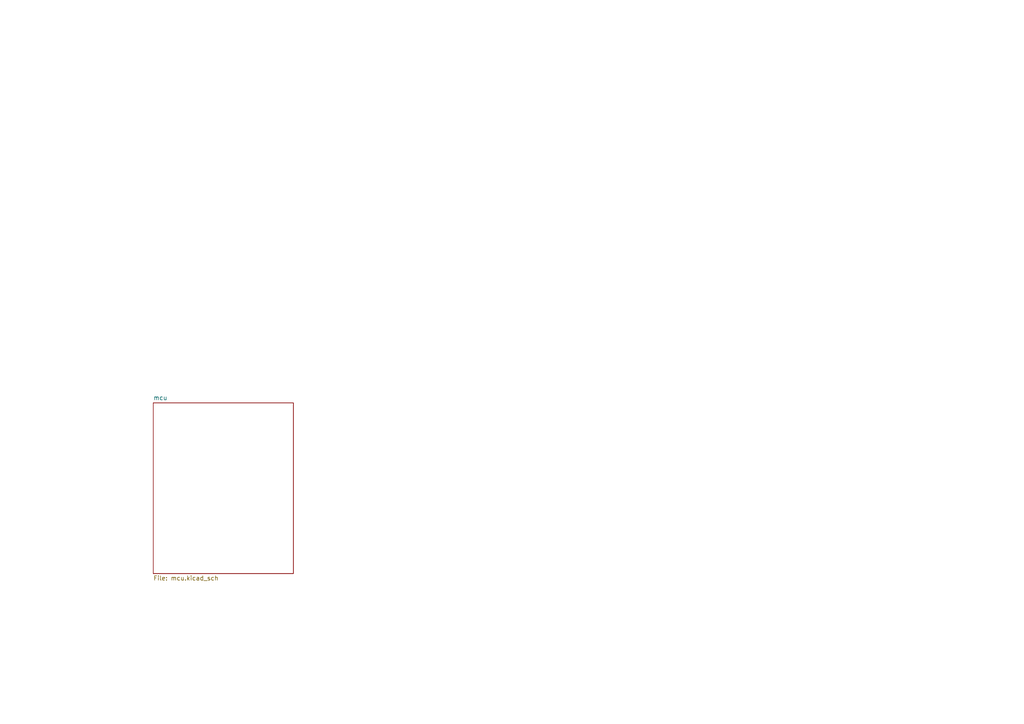
<source format=kicad_sch>
(kicad_sch
	(version 20250114)
	(generator "eeschema")
	(generator_version "9.0")
	(uuid "4a33eec5-c574-4ef9-a975-8828b4c1dc54")
	(paper "A4")
	(lib_symbols)
	(sheet
		(at 44.45 116.84)
		(size 40.64 49.53)
		(exclude_from_sim no)
		(in_bom yes)
		(on_board yes)
		(dnp no)
		(fields_autoplaced yes)
		(stroke
			(width 0.1524)
			(type solid)
		)
		(fill
			(color 0 0 0 0.0000)
		)
		(uuid "bcf02430-dfde-4f17-8f47-5834d93b9c85")
		(property "Sheetname" "mcu"
			(at 44.45 116.1284 0)
			(effects
				(font
					(size 1.27 1.27)
				)
				(justify left bottom)
			)
		)
		(property "Sheetfile" "mcu.kicad_sch"
			(at 44.45 166.9546 0)
			(effects
				(font
					(size 1.27 1.27)
				)
				(justify left top)
			)
		)
		(instances
			(project "the_badge"
				(path "/4a33eec5-c574-4ef9-a975-8828b4c1dc54"
					(page "2")
				)
			)
		)
	)
	(sheet_instances
		(path "/"
			(page "1")
		)
	)
	(embedded_fonts no)
)

</source>
